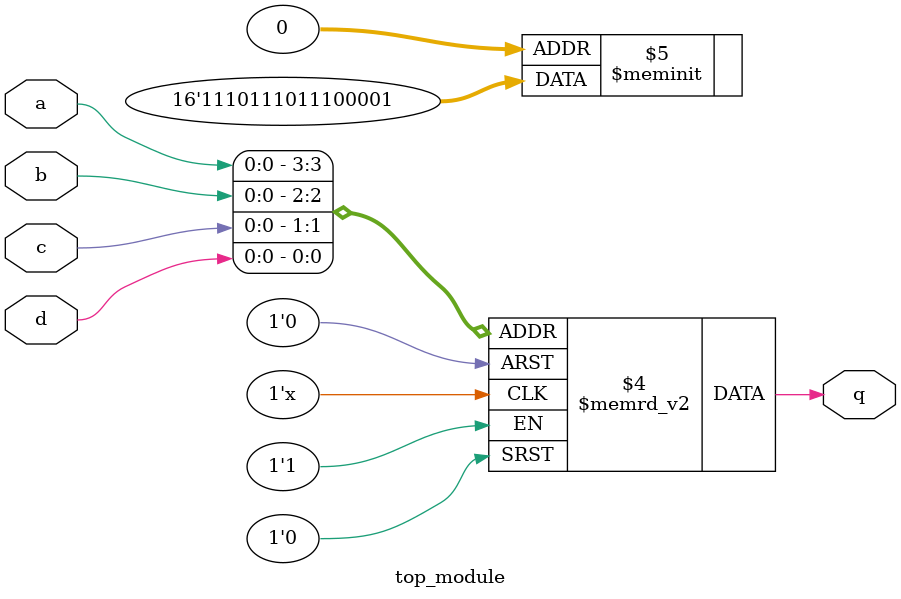
<source format=sv>
module top_module (
  input a, 
  input b, 
  input c, 
  input d,
  output reg q
);

  always @* begin
    case ({a, b, c, d})
      4'b0000 : q <= 1'b1;
      4'b0001 : q <= 1'b0;
      4'b0010 : q <= 1'b0;
      4'b0011 : q <= 1'b0;
      4'b0100 : q <= 1'b0;
      4'b0101 : q <= 1'b1;
      4'b0110 : q <= 1'b1;
      4'b0111 : q <= 1'b1;
      4'b1000 : q <= 1'b0;
      4'b1001 : q <= 1'b1;
      4'b1010 : q <= 1'b1;
      4'b1011 : q <= 1'b1;
      4'b1100 : q <= 1'b0;
      4'b1101 : q <= 1'b1;
      4'b1110 : q <= 1'b1;
      4'b1111 : q <= 1'b1;
    endcase
  end

endmodule

</source>
